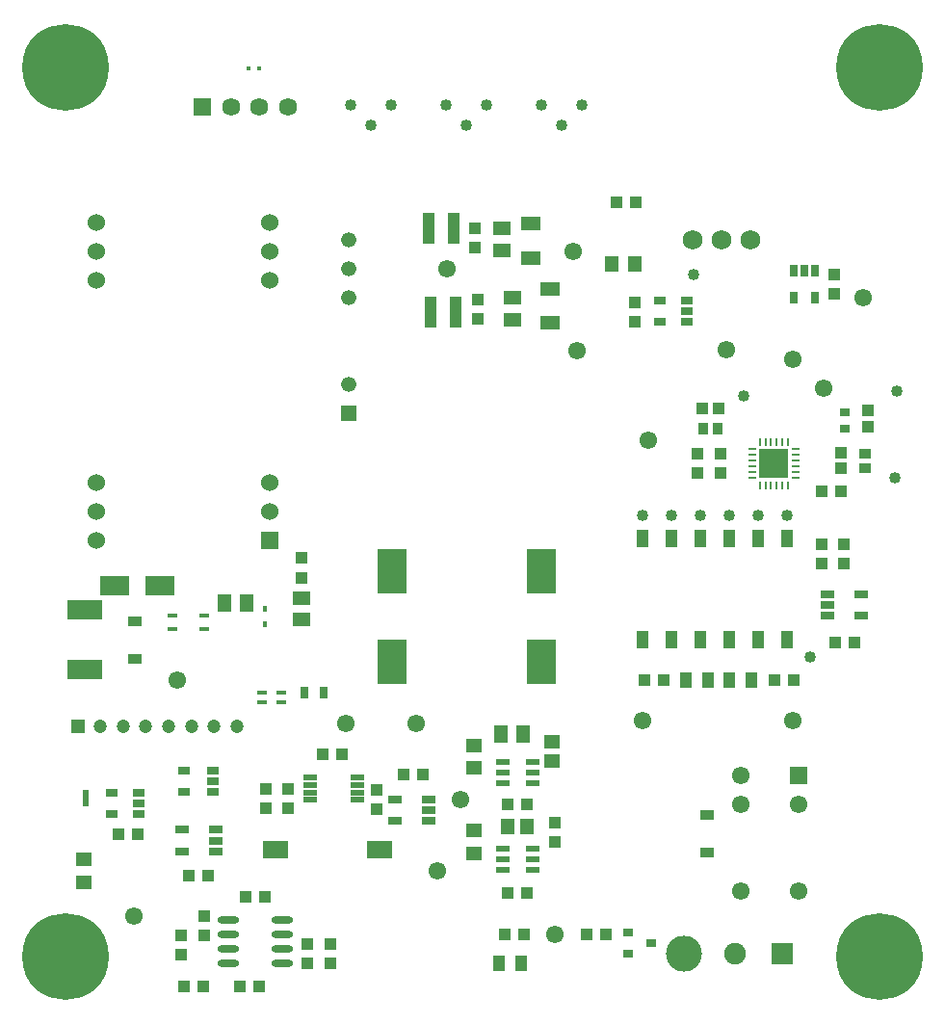
<source format=gbr>
%TF.GenerationSoftware,Altium Limited,Altium Designer,20.0.11 (256)*%
G04 Layer_Color=255*
%FSLAX26Y26*%
%MOIN*%
%TF.FileFunction,Pads,Top*%
%TF.Part,Single*%
G01*
G75*
%TA.AperFunction,SMDPad,CuDef*%
%ADD10R,0.035433X0.015748*%
%TA.AperFunction,TestPad*%
%ADD11C,0.040000*%
%TA.AperFunction,SMDPad,CuDef*%
%ADD12R,0.085827X0.062992*%
%ADD13R,0.086614X0.062992*%
%ADD14R,0.035433X0.015748*%
%ADD15R,0.039370X0.106299*%
%ADD16R,0.038976X0.027165*%
%ADD17O,0.074803X0.023622*%
%ADD18R,0.012795X0.015748*%
G04:AMPARAMS|DCode=19|XSize=9.842mil|YSize=23.622mil|CornerRadius=1.968mil|HoleSize=0mil|Usage=FLASHONLY|Rotation=180.000|XOffset=0mil|YOffset=0mil|HoleType=Round|Shape=RoundedRectangle|*
%AMROUNDEDRECTD19*
21,1,0.009842,0.019685,0,0,180.0*
21,1,0.005906,0.023622,0,0,180.0*
1,1,0.003937,-0.002953,0.009842*
1,1,0.003937,0.002953,0.009842*
1,1,0.003937,0.002953,-0.009842*
1,1,0.003937,-0.002953,-0.009842*
%
%ADD19ROUNDEDRECTD19*%
G04:AMPARAMS|DCode=20|XSize=9.842mil|YSize=23.622mil|CornerRadius=1.968mil|HoleSize=0mil|Usage=FLASHONLY|Rotation=270.000|XOffset=0mil|YOffset=0mil|HoleType=Round|Shape=RoundedRectangle|*
%AMROUNDEDRECTD20*
21,1,0.009842,0.019685,0,0,270.0*
21,1,0.005906,0.023622,0,0,270.0*
1,1,0.003937,-0.009842,-0.002953*
1,1,0.003937,-0.009842,0.002953*
1,1,0.003937,0.009842,0.002953*
1,1,0.003937,0.009842,-0.002953*
%
%ADD20ROUNDEDRECTD20*%
G04:AMPARAMS|DCode=21|XSize=102.362mil|YSize=102.362mil|CornerRadius=2.047mil|HoleSize=0mil|Usage=FLASHONLY|Rotation=180.000|XOffset=0mil|YOffset=0mil|HoleType=Round|Shape=RoundedRectangle|*
%AMROUNDEDRECTD21*
21,1,0.102362,0.098268,0,0,180.0*
21,1,0.098268,0.102362,0,0,180.0*
1,1,0.004094,-0.049134,0.049134*
1,1,0.004094,0.049134,0.049134*
1,1,0.004094,0.049134,-0.049134*
1,1,0.004094,-0.049134,-0.049134*
%
%ADD21ROUNDEDRECTD21*%
%ADD22R,0.057087X0.047244*%
%ADD23R,0.047244X0.057087*%
%ADD24R,0.035433X0.027559*%
%ADD25R,0.035433X0.039370*%
%ADD26R,0.039370X0.043307*%
%ADD27R,0.027559X0.039370*%
%ADD28R,0.015748X0.018898*%
%ADD29R,0.048032X0.035827*%
%ADD30R,0.098425X0.157480*%
%ADD31R,0.027559X0.039370*%
%ADD32R,0.047992X0.035984*%
%ADD33R,0.048032X0.024409*%
%ADD34R,0.124016X0.070079*%
%ADD35R,0.039764X0.057874*%
%ADD36R,0.035433X0.031496*%
%ADD37R,0.098425X0.066929*%
G04:AMPARAMS|DCode=38|XSize=17.716mil|YSize=49.213mil|CornerRadius=1.949mil|HoleSize=0mil|Usage=FLASHONLY|Rotation=270.000|XOffset=0mil|YOffset=0mil|HoleType=Round|Shape=RoundedRectangle|*
%AMROUNDEDRECTD38*
21,1,0.017716,0.045315,0,0,270.0*
21,1,0.013819,0.049213,0,0,270.0*
1,1,0.003898,-0.022657,-0.006910*
1,1,0.003898,-0.022657,0.006910*
1,1,0.003898,0.022657,0.006910*
1,1,0.003898,0.022657,-0.006910*
%
%ADD38ROUNDEDRECTD38*%
G04:AMPARAMS|DCode=39|XSize=25.591mil|YSize=47.244mil|CornerRadius=1.919mil|HoleSize=0mil|Usage=FLASHONLY|Rotation=270.000|XOffset=0mil|YOffset=0mil|HoleType=Round|Shape=RoundedRectangle|*
%AMROUNDEDRECTD39*
21,1,0.025591,0.043406,0,0,270.0*
21,1,0.021752,0.047244,0,0,270.0*
1,1,0.003839,-0.021703,-0.010876*
1,1,0.003839,-0.021703,0.010876*
1,1,0.003839,0.021703,0.010876*
1,1,0.003839,0.021703,-0.010876*
%
%ADD39ROUNDEDRECTD39*%
%ADD40R,0.070866X0.045276*%
%ADD41R,0.051181X0.059055*%
%ADD42R,0.059055X0.051181*%
%ADD43R,0.039000X0.043000*%
%ADD44R,0.043307X0.039370*%
%ADD45R,0.043000X0.039000*%
%ADD46R,0.043307X0.059055*%
%ADD47R,0.039370X0.043307*%
%ADD48R,0.043307X0.039370*%
%ADD49R,0.039370X0.027559*%
%ADD50R,0.039370X0.035433*%
%TA.AperFunction,ComponentPad*%
%ADD63C,0.060000*%
%ADD64R,0.060000X0.060000*%
%ADD65C,0.061024*%
%ADD66R,0.061024X0.061024*%
%ADD67R,0.052283X0.052283*%
%ADD68C,0.052283*%
%ADD69C,0.300000*%
%ADD70C,0.125000*%
%ADD71C,0.075000*%
%ADD72R,0.075000X0.075000*%
%ADD73C,0.068898*%
%ADD74C,0.047244*%
%ADD75R,0.047244X0.047244*%
%ADD76C,0.062598*%
%ADD77R,0.062598X0.062598*%
%ADD78C,0.040000*%
%ADD79R,0.020000X0.040000*%
%ADD80R,0.020000X0.020000*%
D10*
X941630Y1115748D02*
D03*
Y1084252D02*
D03*
X874701Y1115748D02*
D03*
Y1084252D02*
D03*
D11*
X2190000Y1730000D02*
D03*
X3065000Y1860000D02*
D03*
X3070000Y2160000D02*
D03*
X2540000Y2145000D02*
D03*
X2366173Y2565457D02*
D03*
X2769528Y1240000D02*
D03*
X2690000Y1730000D02*
D03*
X2590000D02*
D03*
X2490000D02*
D03*
X2390000D02*
D03*
X2290000D02*
D03*
D12*
X1280906Y575000D02*
D03*
D13*
X919095D02*
D03*
D14*
X675118Y1382638D02*
D03*
Y1337362D02*
D03*
X564882Y1382638D02*
D03*
Y1337362D02*
D03*
D15*
X1543307Y2435000D02*
D03*
X1456693D02*
D03*
X1538622Y2724500D02*
D03*
X1452008D02*
D03*
D16*
X603016Y773598D02*
D03*
Y848402D02*
D03*
X704984D02*
D03*
Y811000D02*
D03*
Y773598D02*
D03*
D17*
X942520Y330000D02*
D03*
Y230000D02*
D03*
Y280000D02*
D03*
Y180000D02*
D03*
X757480Y330000D02*
D03*
Y280000D02*
D03*
Y230000D02*
D03*
Y180000D02*
D03*
D18*
X862449Y3277000D02*
D03*
X828000D02*
D03*
D19*
X2694213Y1984803D02*
D03*
X2654843D02*
D03*
X2674528D02*
D03*
X2635157D02*
D03*
X2694213Y1835197D02*
D03*
X2654843D02*
D03*
X2674528D02*
D03*
X2635157D02*
D03*
X2615472Y1984803D02*
D03*
X2595787D02*
D03*
Y1835197D02*
D03*
X2615472D02*
D03*
D20*
X2719803Y1959213D02*
D03*
Y1919842D02*
D03*
Y1900158D02*
D03*
Y1939528D02*
D03*
Y1880472D02*
D03*
Y1860787D02*
D03*
X2570197Y1959213D02*
D03*
Y1919842D02*
D03*
Y1900158D02*
D03*
Y1939528D02*
D03*
Y1880472D02*
D03*
Y1860787D02*
D03*
D21*
X2645000Y1910000D02*
D03*
D22*
X1878465Y948465D02*
D03*
Y881535D02*
D03*
X1608465Y639370D02*
D03*
Y560630D02*
D03*
Y934370D02*
D03*
Y855630D02*
D03*
X257599Y539370D02*
D03*
Y460630D02*
D03*
D23*
X2162564Y2600000D02*
D03*
X2083824D02*
D03*
X1791929Y655000D02*
D03*
X1725000D02*
D03*
D24*
X2890000Y2086437D02*
D03*
Y2031319D02*
D03*
D25*
X2450590Y2030000D02*
D03*
X2399409D02*
D03*
D26*
X2452559Y2100000D02*
D03*
X2397441D02*
D03*
D27*
X2787402Y2577244D02*
D03*
X2750000D02*
D03*
X2712599D02*
D03*
X2787402Y2482756D02*
D03*
X2712599D02*
D03*
D28*
X885000Y1407106D02*
D03*
Y1355138D02*
D03*
D29*
X433000Y1363370D02*
D03*
Y1234630D02*
D03*
D30*
X1840000Y1537480D02*
D03*
Y1222520D02*
D03*
X1325000Y1537480D02*
D03*
Y1222520D02*
D03*
D31*
X1086929Y1115748D02*
D03*
X1020000D02*
D03*
D32*
X2415276Y694500D02*
D03*
Y565500D02*
D03*
D33*
X1706890Y802598D02*
D03*
Y840000D02*
D03*
Y877402D02*
D03*
X1810039D02*
D03*
Y840000D02*
D03*
Y802598D02*
D03*
X1706890Y502598D02*
D03*
Y540000D02*
D03*
Y577402D02*
D03*
X1810039D02*
D03*
Y540000D02*
D03*
Y502598D02*
D03*
D34*
X260000Y1402953D02*
D03*
Y1197047D02*
D03*
D35*
X2418583Y1160000D02*
D03*
X2341417D02*
D03*
X1772047Y181299D02*
D03*
X1694882D02*
D03*
X2568583Y1160000D02*
D03*
X2491417D02*
D03*
D36*
X2219370Y250000D02*
D03*
X2140630Y287402D02*
D03*
Y212599D02*
D03*
D37*
X520315Y1488740D02*
D03*
X362835D02*
D03*
D38*
X1205158Y797795D02*
D03*
Y823386D02*
D03*
Y746614D02*
D03*
Y772205D02*
D03*
X1041772Y823386D02*
D03*
Y772205D02*
D03*
Y797795D02*
D03*
Y746614D02*
D03*
D39*
X713071Y605000D02*
D03*
Y642402D02*
D03*
Y567598D02*
D03*
X596929Y642402D02*
D03*
Y567598D02*
D03*
X1451535Y710000D02*
D03*
Y747402D02*
D03*
Y672598D02*
D03*
X1335394Y747402D02*
D03*
Y672598D02*
D03*
X2948071Y1457401D02*
D03*
Y1382598D02*
D03*
X2831929D02*
D03*
Y1457401D02*
D03*
Y1420000D02*
D03*
D40*
X1870000Y2514055D02*
D03*
Y2395945D02*
D03*
X1805000Y2739055D02*
D03*
Y2620945D02*
D03*
D41*
X1775866Y975000D02*
D03*
X1701063D02*
D03*
X819803Y1425748D02*
D03*
X745000D02*
D03*
D42*
X1740000Y2482402D02*
D03*
Y2407599D02*
D03*
X1010000Y1444508D02*
D03*
Y1369705D02*
D03*
X1705000Y2722402D02*
D03*
Y2647599D02*
D03*
D43*
X1110000Y248464D02*
D03*
Y181535D02*
D03*
X1888465Y668465D02*
D03*
Y601535D02*
D03*
X963465Y783465D02*
D03*
Y716535D02*
D03*
X2885858Y1630315D02*
D03*
Y1563386D02*
D03*
X2810500Y1630315D02*
D03*
Y1563386D02*
D03*
X1270276Y780472D02*
D03*
Y713543D02*
D03*
X675000Y343464D02*
D03*
Y276535D02*
D03*
X595000Y278465D02*
D03*
Y211536D02*
D03*
X1030000Y248465D02*
D03*
Y181536D02*
D03*
D44*
X443464Y626500D02*
D03*
X376535D02*
D03*
X1791929Y730000D02*
D03*
X1725000D02*
D03*
X1791929Y425000D02*
D03*
X1725000D02*
D03*
X1431929Y835000D02*
D03*
X1365000D02*
D03*
X1151929Y905000D02*
D03*
X1085000D02*
D03*
X2923465Y1290000D02*
D03*
X2856535D02*
D03*
X688465Y485000D02*
D03*
X621535D02*
D03*
X883465Y410000D02*
D03*
X816535D02*
D03*
D45*
X2878500Y1815000D02*
D03*
X2811500D02*
D03*
X2063465Y281299D02*
D03*
X1996535D02*
D03*
X2713465Y1160000D02*
D03*
X2646535D02*
D03*
X2263465D02*
D03*
X2196535D02*
D03*
X1781929Y281299D02*
D03*
X1715000D02*
D03*
X2168246Y2815000D02*
D03*
X2101317D02*
D03*
X671929Y100000D02*
D03*
X605000D02*
D03*
X863779D02*
D03*
X796850D02*
D03*
D46*
X2190000Y1299606D02*
D03*
Y1650000D02*
D03*
X2290000Y1299606D02*
D03*
Y1650000D02*
D03*
X2390000Y1299606D02*
D03*
Y1650000D02*
D03*
X2490000Y1299606D02*
D03*
Y1650000D02*
D03*
X2590000Y1299606D02*
D03*
Y1650000D02*
D03*
X2690000Y1299606D02*
D03*
Y1650000D02*
D03*
D47*
X1010000Y1582480D02*
D03*
Y1515551D02*
D03*
X1610000Y2723465D02*
D03*
Y2656535D02*
D03*
X888465Y783465D02*
D03*
Y716535D02*
D03*
X2380000Y1943465D02*
D03*
Y1876535D02*
D03*
X2460000Y1943465D02*
D03*
Y1876535D02*
D03*
X1620000Y2478465D02*
D03*
Y2411535D02*
D03*
X2165000Y2468465D02*
D03*
Y2401535D02*
D03*
X2855000Y2563465D02*
D03*
Y2496535D02*
D03*
D48*
X2878500Y1947402D02*
D03*
Y1892284D02*
D03*
X2970000Y2092559D02*
D03*
Y2037441D02*
D03*
D49*
X2345000Y2437402D02*
D03*
Y2474803D02*
D03*
Y2400000D02*
D03*
X2250512Y2474803D02*
D03*
Y2400000D02*
D03*
X447244Y734723D02*
D03*
Y772124D02*
D03*
Y697321D02*
D03*
X352756Y772124D02*
D03*
Y697321D02*
D03*
D50*
X2960000Y1945591D02*
D03*
Y1894409D02*
D03*
D63*
X900000Y2645000D02*
D03*
Y2745000D02*
D03*
Y2545000D02*
D03*
X300000D02*
D03*
X900000Y1845000D02*
D03*
Y1745000D02*
D03*
X300000Y2745000D02*
D03*
Y1845000D02*
D03*
Y2645000D02*
D03*
Y1745000D02*
D03*
Y1645000D02*
D03*
D64*
X900000D02*
D03*
D65*
X2530000Y830000D02*
D03*
Y730000D02*
D03*
Y430000D02*
D03*
X2730000D02*
D03*
Y730000D02*
D03*
X2190000Y1020000D02*
D03*
X1559252Y748000D02*
D03*
X1164803Y1010000D02*
D03*
X1515000Y2585000D02*
D03*
X2712000Y2270000D02*
D03*
X431604Y343197D02*
D03*
X1408465Y1010000D02*
D03*
X2955000Y2485000D02*
D03*
X1965000Y2300000D02*
D03*
X1950000Y2645000D02*
D03*
X2479571Y2305000D02*
D03*
X2210000Y1990000D02*
D03*
X580000Y1160000D02*
D03*
X2816535Y2170000D02*
D03*
X2710000Y1020000D02*
D03*
X1480000Y502165D02*
D03*
X1888500Y281299D02*
D03*
D66*
X2730000Y830000D02*
D03*
D67*
X1175000Y2085000D02*
D03*
D68*
Y2185000D02*
D03*
Y2585000D02*
D03*
Y2685000D02*
D03*
Y2485000D02*
D03*
D69*
X195000Y205000D02*
D03*
Y3280000D02*
D03*
X3010000D02*
D03*
Y205000D02*
D03*
D70*
X2334996Y212441D02*
D03*
D71*
X2510000D02*
D03*
D72*
X2672992D02*
D03*
D73*
X2465000Y2685000D02*
D03*
X2365000D02*
D03*
X2565000D02*
D03*
D74*
X629212Y1000000D02*
D03*
X550472D02*
D03*
X786693D02*
D03*
X707953D02*
D03*
X314252D02*
D03*
X471732D02*
D03*
X392992D02*
D03*
D75*
X235512D02*
D03*
D76*
X962305Y3143305D02*
D03*
X863880D02*
D03*
X765454D02*
D03*
D77*
X667029D02*
D03*
D78*
X1980000Y3150000D02*
D03*
X1840000D02*
D03*
X1910000Y3080000D02*
D03*
X1320000Y3150000D02*
D03*
X1180000D02*
D03*
X1250000Y3080000D02*
D03*
X1650000Y3150000D02*
D03*
X1510000D02*
D03*
X1580000Y3080000D02*
D03*
D79*
X265134Y744723D02*
D03*
D80*
Y769723D02*
D03*
%TF.MD5,18a11b58ebbacdaa567c61a52c86a2cd*%
M02*

</source>
